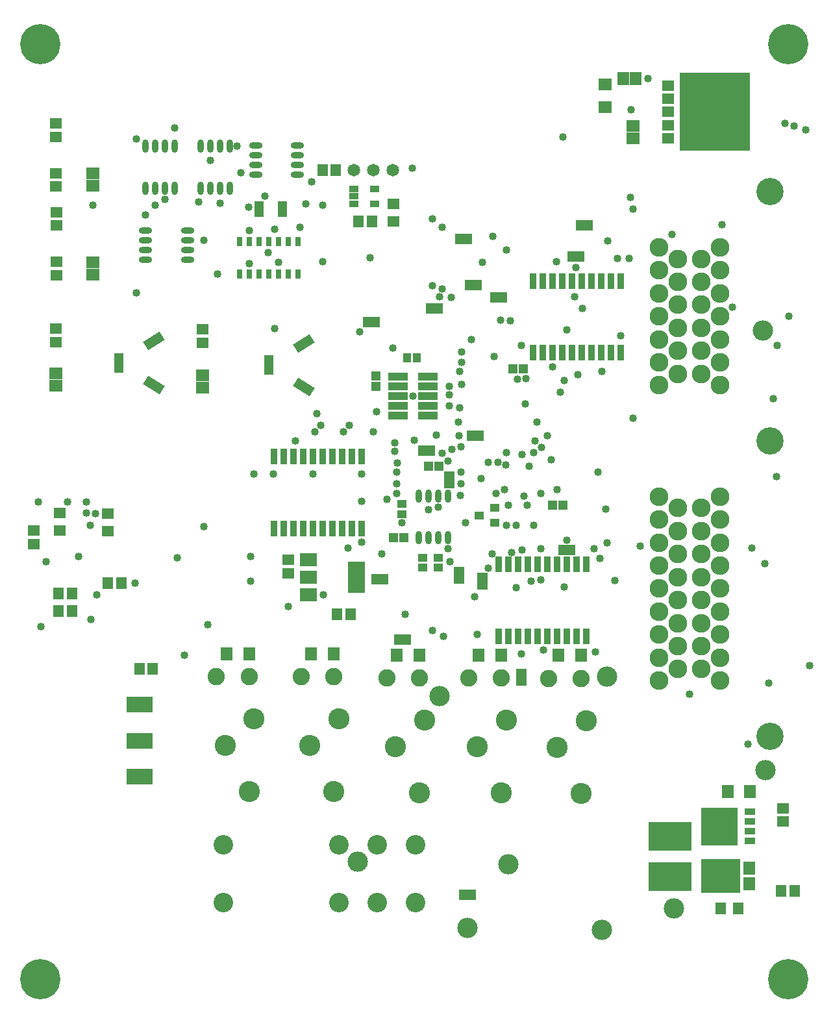
<source format=gbr>
%TF.GenerationSoftware,Altium Limited,Altium Designer,18.1.7 (191)*%
G04 Layer_Color=8388736*
%FSLAX26Y26*%
%MOIN*%
%TF.FileFunction,Soldermask,Top*%
%TF.Part,Single*%
G01*
G75*
%TA.AperFunction,SMDPad,CuDef*%
%ADD84R,0.045433X0.049370*%
%ADD85R,0.049370X0.045433*%
%ADD86R,0.035591X0.078898*%
%ADD87O,0.033622X0.067087*%
%ADD88R,0.047402X0.043465*%
%ADD89R,0.045433X0.041496*%
%ADD90R,0.063150X0.055276*%
%ADD93R,0.055276X0.063150*%
%TA.AperFunction,ComponentPad*%
%ADD94C,0.010000*%
%TA.AperFunction,SMDPad,CuDef*%
%ADD95R,0.364331X0.403701*%
%TA.AperFunction,ComponentPad*%
%ADD96R,0.137953X0.080866*%
%ADD97C,0.100551*%
%ADD98C,0.108425*%
%ADD99C,0.088740*%
%ADD100C,0.139921*%
%ADD101C,0.096614*%
G04:AMPARAMS|DCode=102|XSize=100mil|YSize=50mil|CornerRadius=0mil|HoleSize=0mil|Usage=FLASHONLY|Rotation=32.000|XOffset=0mil|YOffset=0mil|HoleType=Round|Shape=Rectangle|*
%AMROTATEDRECTD102*
4,1,4,-0.029154,-0.047697,-0.055650,-0.005295,0.029154,0.047697,0.055650,0.005295,-0.029154,-0.047697,0.0*
%
%ADD102ROTATEDRECTD102*%

G04:AMPARAMS|DCode=103|XSize=100mil|YSize=50mil|CornerRadius=0mil|HoleSize=0mil|Usage=FLASHONLY|Rotation=148.000|XOffset=0mil|YOffset=0mil|HoleType=Round|Shape=Rectangle|*
%AMROTATEDRECTD103*
4,1,4,0.055650,-0.005295,0.029154,-0.047697,-0.055650,0.005295,-0.029154,0.047697,0.055650,-0.005295,0.0*
%
%ADD103ROTATEDRECTD103*%

%ADD104R,0.050000X0.100000*%
%ADD105C,0.065118*%
%TA.AperFunction,ViaPad*%
%ADD106C,0.040000*%
%ADD107C,0.104488*%
%ADD108C,0.206850*%
%TA.AperFunction,SMDPad,CuDef*%
%ADD111O,0.067087X0.033622*%
%ADD112R,0.063937X0.052126*%
%ADD113R,0.061181X0.053307*%
%ADD114R,0.090709X0.055276*%
%ADD115R,0.055276X0.090709*%
%ADD116R,0.063150X0.067087*%
%ADD117R,0.104488X0.039921*%
%ADD118R,0.043465X0.047402*%
%ADD119R,0.045433X0.021811*%
%ADD120R,0.026535X0.045000*%
%ADD121R,0.049370X0.033622*%
%ADD122R,0.224567X0.147795*%
%ADD123R,0.053307X0.061181*%
%ADD124R,0.191102X0.195039*%
%ADD125R,0.055276X0.037559*%
%ADD126R,0.061181X0.067087*%
%ADD127R,0.202913X0.173386*%
%ADD128R,0.065118X0.061181*%
%ADD129R,0.067087X0.063150*%
%ADD130R,0.061181X0.065118*%
%ADD131R,0.088740X0.159606*%
%ADD132R,0.088740X0.069055*%
D84*
X10641850Y4165834D02*
D03*
X10695000D02*
D03*
X10003425Y4365000D02*
D03*
X10056575D02*
D03*
X9876575Y3997717D02*
D03*
X9823425D02*
D03*
X10438425Y4865000D02*
D03*
X10491575D02*
D03*
D85*
X9735000Y4826575D02*
D03*
Y4773425D02*
D03*
D86*
X9660000Y4414055D02*
D03*
X9610000D02*
D03*
X9560000D02*
D03*
X9510000D02*
D03*
X9460000D02*
D03*
X9410000D02*
D03*
X9360000D02*
D03*
X9310000D02*
D03*
X9260000D02*
D03*
X9210000D02*
D03*
X9660000Y4045945D02*
D03*
X9610000D02*
D03*
X9560000D02*
D03*
X9510000D02*
D03*
X9460000D02*
D03*
X9410000D02*
D03*
X9360000D02*
D03*
X9310000D02*
D03*
X9260000D02*
D03*
X9210000D02*
D03*
X10365000Y3492284D02*
D03*
X10415000D02*
D03*
X10465000D02*
D03*
X10515000D02*
D03*
X10565000D02*
D03*
X10615000D02*
D03*
X10665000D02*
D03*
X10715000D02*
D03*
X10765000D02*
D03*
X10815000D02*
D03*
X10365000Y3860394D02*
D03*
X10415000D02*
D03*
X10465000D02*
D03*
X10515000D02*
D03*
X10565000D02*
D03*
X10615000D02*
D03*
X10665000D02*
D03*
X10715000D02*
D03*
X10765000D02*
D03*
X10815000D02*
D03*
X10540000Y4946890D02*
D03*
X10590000D02*
D03*
X10640000D02*
D03*
X10690000D02*
D03*
X10740000D02*
D03*
X10790000D02*
D03*
X10840000D02*
D03*
X10890000D02*
D03*
X10940000D02*
D03*
X10990000D02*
D03*
X10540000Y5315000D02*
D03*
X10590000D02*
D03*
X10640000D02*
D03*
X10690000D02*
D03*
X10740000D02*
D03*
X10790000D02*
D03*
X10840000D02*
D03*
X10890000D02*
D03*
X10940000D02*
D03*
X10990000D02*
D03*
D87*
X9955000Y3997717D02*
D03*
X10005000D02*
D03*
X10055000D02*
D03*
X10105000D02*
D03*
X9955000Y4212283D02*
D03*
X10005000D02*
D03*
X10055000D02*
D03*
X10105000D02*
D03*
X8700000Y6007283D02*
D03*
X8650000D02*
D03*
X8600000D02*
D03*
X8550000D02*
D03*
X8700000Y5792717D02*
D03*
X8650000D02*
D03*
X8600000D02*
D03*
X8550000D02*
D03*
X8985000Y6007283D02*
D03*
X8935000D02*
D03*
X8885000D02*
D03*
X8835000D02*
D03*
X8985000Y5792717D02*
D03*
X8935000D02*
D03*
X8885000D02*
D03*
X8835000D02*
D03*
D88*
X9866732Y4170591D02*
D03*
Y4119409D02*
D03*
X10055000Y3845000D02*
D03*
Y3896181D02*
D03*
X9975000Y3895591D02*
D03*
Y3844410D02*
D03*
D89*
X10266260Y4112599D02*
D03*
X10345000Y4150000D02*
D03*
Y4075197D02*
D03*
D90*
X7977165Y3965551D02*
D03*
Y4034449D02*
D03*
X9285000Y3884449D02*
D03*
Y3815551D02*
D03*
X11825000Y2609449D02*
D03*
Y2540551D02*
D03*
X8093000Y5869449D02*
D03*
Y5800551D02*
D03*
X8094000Y5414449D02*
D03*
Y5345551D02*
D03*
Y5669449D02*
D03*
Y5600551D02*
D03*
X8093000Y6124449D02*
D03*
Y6055551D02*
D03*
X8845000Y5067953D02*
D03*
Y4999055D02*
D03*
X8092000Y5071337D02*
D03*
Y5002439D02*
D03*
D93*
X8174449Y3710000D02*
D03*
X8105551D02*
D03*
X8426614Y3765000D02*
D03*
X8357717D02*
D03*
X8174449Y3620000D02*
D03*
X8105551D02*
D03*
X8520551Y3325000D02*
D03*
X8589449D02*
D03*
X9535551Y3605000D02*
D03*
X9604449D02*
D03*
X9529449Y5885000D02*
D03*
X9460551D02*
D03*
X9714449Y5620000D02*
D03*
X9645551D02*
D03*
X11884449Y2185000D02*
D03*
X11815551D02*
D03*
D94*
X11475000Y6160000D02*
D03*
X11522244D02*
D03*
X11569488D02*
D03*
X11616732D02*
D03*
X11427756D02*
D03*
X11380512D02*
D03*
X11333268D02*
D03*
Y6112756D02*
D03*
X11380512D02*
D03*
X11427756D02*
D03*
X11616732D02*
D03*
X11569488D02*
D03*
X11522244D02*
D03*
X11475000D02*
D03*
X11333268Y6065512D02*
D03*
X11380512D02*
D03*
X11427756D02*
D03*
X11616732D02*
D03*
X11569488D02*
D03*
X11522244D02*
D03*
X11475000D02*
D03*
X11333268Y6018268D02*
D03*
X11380512D02*
D03*
X11427756D02*
D03*
X11616732D02*
D03*
X11569488D02*
D03*
X11522244D02*
D03*
X11475000D02*
D03*
X11333268Y6207244D02*
D03*
X11380512D02*
D03*
X11427756D02*
D03*
X11616732D02*
D03*
X11569488D02*
D03*
X11522244D02*
D03*
X11475000D02*
D03*
X11333268Y6254488D02*
D03*
X11380512D02*
D03*
X11427756D02*
D03*
X11616732D02*
D03*
X11569488D02*
D03*
X11522244D02*
D03*
X11475000D02*
D03*
X11333268Y6301732D02*
D03*
X11380512D02*
D03*
X11427756D02*
D03*
X11616732D02*
D03*
X11569488D02*
D03*
X11522244D02*
D03*
X11475000D02*
D03*
X11333268Y6348976D02*
D03*
X11380512D02*
D03*
X11427756D02*
D03*
X11616732D02*
D03*
X11569488D02*
D03*
X11522244D02*
D03*
X11475000D02*
D03*
D95*
Y6183622D02*
D03*
D96*
X8520000Y2769961D02*
D03*
Y2955000D02*
D03*
Y3140039D02*
D03*
D97*
X8952598Y2420000D02*
D03*
Y2124724D02*
D03*
X9740000D02*
D03*
X9543150D02*
D03*
X9740000Y2420000D02*
D03*
X9543150D02*
D03*
X9936850Y2124724D02*
D03*
Y2420000D02*
D03*
D98*
X9959016Y2688780D02*
D03*
X9984606Y3062795D02*
D03*
X9835000Y2925000D02*
D03*
X9084016Y2695079D02*
D03*
X9109606Y3069094D02*
D03*
X8960000Y2931299D02*
D03*
X10379016Y2688780D02*
D03*
X10404606Y3062795D02*
D03*
X10255000Y2925000D02*
D03*
X9519016Y2695079D02*
D03*
X9544606Y3069094D02*
D03*
X9395000Y2931299D02*
D03*
X10789449Y2685000D02*
D03*
X10815039Y3059016D02*
D03*
X10665433Y2921220D02*
D03*
D99*
X9789724Y3279331D02*
D03*
X9959016D02*
D03*
X8914724Y3285630D02*
D03*
X9084016D02*
D03*
X10209724Y3279331D02*
D03*
X10379016D02*
D03*
X9349724Y3285630D02*
D03*
X9519016D02*
D03*
X10620157Y3275551D02*
D03*
X10789449D02*
D03*
D100*
X11757441Y2978740D02*
D03*
Y4494488D02*
D03*
Y5774016D02*
D03*
D101*
X11186575Y5488583D02*
D03*
Y5370472D02*
D03*
Y5252362D02*
D03*
Y5134252D02*
D03*
Y5016142D02*
D03*
Y4898032D02*
D03*
Y4779921D02*
D03*
X11285000Y5429528D02*
D03*
Y5311417D02*
D03*
Y5193307D02*
D03*
Y5075197D02*
D03*
Y4957087D02*
D03*
Y4838976D02*
D03*
X11403110Y5429528D02*
D03*
Y5311417D02*
D03*
Y5193307D02*
D03*
Y5075197D02*
D03*
Y4957087D02*
D03*
Y4838976D02*
D03*
X11501535Y5488583D02*
D03*
Y5370472D02*
D03*
Y5252362D02*
D03*
Y5134252D02*
D03*
Y5016142D02*
D03*
Y4898032D02*
D03*
Y4779921D02*
D03*
Y3264173D02*
D03*
Y3382284D02*
D03*
Y3500394D02*
D03*
Y3618504D02*
D03*
Y3736614D02*
D03*
Y3854724D02*
D03*
Y3972835D02*
D03*
Y4090945D02*
D03*
Y4209055D02*
D03*
X11403110Y3323228D02*
D03*
Y3441339D02*
D03*
Y3559449D02*
D03*
Y3677559D02*
D03*
Y3795669D02*
D03*
Y3913780D02*
D03*
Y4031890D02*
D03*
Y4150000D02*
D03*
X11285000Y3323228D02*
D03*
Y3441339D02*
D03*
Y3559449D02*
D03*
Y3677559D02*
D03*
Y3795669D02*
D03*
Y3913780D02*
D03*
Y4031890D02*
D03*
Y4150000D02*
D03*
X11186575Y3264173D02*
D03*
Y3382284D02*
D03*
Y3500394D02*
D03*
Y3618504D02*
D03*
Y3736614D02*
D03*
Y3854724D02*
D03*
Y3972835D02*
D03*
Y4090945D02*
D03*
Y4209055D02*
D03*
D102*
X8593938Y5006380D02*
D03*
X9363938Y4995947D02*
D03*
D103*
X8593938Y4782754D02*
D03*
X9363938Y4772321D02*
D03*
D104*
X8415000Y4894567D02*
D03*
X9185000Y4884134D02*
D03*
D105*
X9820000Y5885000D02*
D03*
X9720000D02*
D03*
X9620000D02*
D03*
D106*
X9720000Y4540000D02*
D03*
X9660000Y4325000D02*
D03*
X10715000Y3985000D02*
D03*
X11345000Y3195000D02*
D03*
X11645000Y2937018D02*
D03*
X10170000Y4335000D02*
D03*
X10915000Y4143622D02*
D03*
X10025000Y3520000D02*
D03*
X10455000Y3740000D02*
D03*
X10485000Y3935000D02*
D03*
X9285000Y3645000D02*
D03*
X9590834Y3946000D02*
D03*
X10580000Y4225000D02*
D03*
X10430000Y3920000D02*
D03*
X10415000Y4165000D02*
D03*
X10495000Y4210000D02*
D03*
X10395000Y4245000D02*
D03*
X10403287Y4433287D02*
D03*
X9845000Y4380000D02*
D03*
X10125000Y4450000D02*
D03*
X10170000Y4465000D02*
D03*
X10158937Y4590000D02*
D03*
X9930000Y4499488D02*
D03*
X10110000Y4675000D02*
D03*
Y4730000D02*
D03*
X10505000Y4815000D02*
D03*
X10460000Y4810000D02*
D03*
X10640000Y4873346D02*
D03*
X10700000Y4805000D02*
D03*
X10680000Y4745000D02*
D03*
X10615000Y4520000D02*
D03*
X10550000Y4495000D02*
D03*
X10165000Y4850000D02*
D03*
X11795000Y4985000D02*
D03*
X10660000Y5415551D02*
D03*
X9430000Y4635000D02*
D03*
X11130000Y6355000D02*
D03*
X8271083Y3578917D02*
D03*
X11880000Y6111282D02*
D03*
X11940000Y6090000D02*
D03*
X11749944Y3250000D02*
D03*
X10545000Y4435000D02*
D03*
X10485000Y4423347D02*
D03*
X11045000Y6195000D02*
D03*
X11510000Y5605000D02*
D03*
X10925000Y5520000D02*
D03*
X11665000Y3945000D02*
D03*
X11775000Y4710000D02*
D03*
X10960551Y3776654D02*
D03*
X10885000Y3890295D02*
D03*
X10975000Y5430000D02*
D03*
X11960000Y3342863D02*
D03*
X11855000Y5135000D02*
D03*
X10861803Y3410000D02*
D03*
X10595000Y3420000D02*
D03*
X10080000Y3490000D02*
D03*
X10254606Y3500394D02*
D03*
X10115000Y3875000D02*
D03*
X10310000Y3840000D02*
D03*
X9660000Y3975000D02*
D03*
Y4186260D02*
D03*
X8247165Y4180000D02*
D03*
X8150000D02*
D03*
X8000984D02*
D03*
X8267165Y4060000D02*
D03*
X8870000Y3550000D02*
D03*
X9410000Y4325000D02*
D03*
X9209449D02*
D03*
X9107439D02*
D03*
X11090000Y3955000D02*
D03*
X10920000Y3972835D02*
D03*
X10045099Y4524901D02*
D03*
X8750000Y3395000D02*
D03*
X8715000Y3896181D02*
D03*
X8850000Y4055000D02*
D03*
X9090000Y3900000D02*
D03*
Y3775000D02*
D03*
X10330000Y3915000D02*
D03*
X10455000Y4060000D02*
D03*
X10855000Y3940000D02*
D03*
X10700000Y3745000D02*
D03*
X10580000Y3780000D02*
D03*
X10530000Y3775000D02*
D03*
X10405355Y4060000D02*
D03*
X10195000Y4074410D02*
D03*
X10055000Y4153937D02*
D03*
X10665000Y4245834D02*
D03*
X10520000Y4365000D02*
D03*
X10755000Y5235000D02*
D03*
X11565000Y5180000D02*
D03*
X11730000Y3864449D02*
D03*
X10795000Y5175000D02*
D03*
X10715000Y5065000D02*
D03*
X10335000Y5545000D02*
D03*
X10405000Y5475000D02*
D03*
X10075000Y4431904D02*
D03*
X9790000Y4195000D02*
D03*
X9765000Y3915000D02*
D03*
X10310000Y4385000D02*
D03*
X10275000Y4300000D02*
D03*
X9830000Y4440000D02*
D03*
Y4485000D02*
D03*
X9566774Y4540000D02*
D03*
X9598856Y4575000D02*
D03*
X9420000Y4540000D02*
D03*
X9450000Y4575000D02*
D03*
X9736575Y4645000D02*
D03*
X9320000Y4494488D02*
D03*
X8300000Y3705000D02*
D03*
X8015000Y3540000D02*
D03*
X10696378Y6055000D02*
D03*
X11835000Y6125000D02*
D03*
X8497165Y3765000D02*
D03*
X8293465Y4120000D02*
D03*
X8247165Y4125000D02*
D03*
X8042165Y3875000D02*
D03*
X8207165Y3900000D02*
D03*
X9885000Y3605000D02*
D03*
X10240000Y3695000D02*
D03*
X10005000Y4140000D02*
D03*
X10350000Y4225000D02*
D03*
X9866732Y4075000D02*
D03*
X9464882Y3705118D02*
D03*
X10560000Y4590000D02*
D03*
X10360000Y4385000D02*
D03*
X10160000Y4520000D02*
D03*
X10175000Y4898032D02*
D03*
X10060000Y5235000D02*
D03*
X10175000Y4950000D02*
D03*
X10225000Y5015000D02*
D03*
X10120000Y5230000D02*
D03*
X9650000Y5055000D02*
D03*
X9820000Y4970000D02*
D03*
X9840000Y4225000D02*
D03*
Y4275000D02*
D03*
Y4335000D02*
D03*
X10510000Y4163937D02*
D03*
X10545000Y4060000D02*
D03*
X11040000Y5745000D02*
D03*
X10025000Y5635000D02*
D03*
Y5290000D02*
D03*
X11055000Y5685000D02*
D03*
X10075000Y5590000D02*
D03*
Y5275000D02*
D03*
X10400000Y4370000D02*
D03*
X10168898Y4215000D02*
D03*
X10170000Y4275000D02*
D03*
X9705000Y5435000D02*
D03*
X10175000Y4785000D02*
D03*
X10165000Y4665000D02*
D03*
X10580000Y3940000D02*
D03*
X10480000Y3401299D02*
D03*
X10280000Y5411496D02*
D03*
X10500000Y4685000D02*
D03*
X9925000Y4725000D02*
D03*
X10110000Y4775000D02*
D03*
X9920000Y5895000D02*
D03*
X11790000Y4310000D02*
D03*
X10990000Y5035000D02*
D03*
X10340000Y4929606D02*
D03*
X10375000Y5115000D02*
D03*
X10635000Y4398978D02*
D03*
X10875000Y4335000D02*
D03*
X11055000Y4610000D02*
D03*
X10895000Y4850000D02*
D03*
X10105000Y4390000D02*
D03*
X11035000Y5430000D02*
D03*
X11255000Y5555000D02*
D03*
X10760000Y5385000D02*
D03*
X10770000Y4835000D02*
D03*
X10480000Y4985000D02*
D03*
X10425000Y5110000D02*
D03*
X10105000Y3940000D02*
D03*
X10585000Y4460000D02*
D03*
X8505000Y5255000D02*
D03*
X9215000Y5070000D02*
D03*
X9405000Y5825000D02*
D03*
X9020000Y6007283D02*
D03*
X8825000Y5720000D02*
D03*
X8600000Y5705551D02*
D03*
X8935000Y5715000D02*
D03*
X8280000Y5705000D02*
D03*
X8550000Y5654153D02*
D03*
X9460551Y5415551D02*
D03*
Y5705551D02*
D03*
X9235000Y5410000D02*
D03*
X8885000Y5935000D02*
D03*
X8505000Y6045000D02*
D03*
X8700000Y6100000D02*
D03*
X9085000Y5404449D02*
D03*
X8920000Y5352106D02*
D03*
X9345000Y5590000D02*
D03*
X9180000Y5460000D02*
D03*
X9040000Y5870000D02*
D03*
X9080157Y5694842D02*
D03*
X9375000Y5710000D02*
D03*
X9215000Y5580000D02*
D03*
X9165000Y5750276D02*
D03*
X8650000Y5735000D02*
D03*
X8850000Y5525000D02*
D03*
X9085000Y5575551D02*
D03*
D107*
X10205000Y1995000D02*
D03*
X9640000Y2335000D02*
D03*
X11735000Y2805000D02*
D03*
X10920000Y3284449D02*
D03*
X10415000Y2320000D02*
D03*
X10895000Y1985000D02*
D03*
X11265000Y2095000D02*
D03*
X11720000Y5060000D02*
D03*
X10060000Y3185000D02*
D03*
D108*
X11850000Y6530000D02*
D03*
X8010000D02*
D03*
Y1730000D02*
D03*
X11850000D02*
D03*
D111*
X8767283Y5525000D02*
D03*
Y5575000D02*
D03*
Y5425000D02*
D03*
Y5475000D02*
D03*
X8552717D02*
D03*
Y5575000D02*
D03*
Y5525000D02*
D03*
Y5425000D02*
D03*
X9117717Y6010000D02*
D03*
Y5960000D02*
D03*
Y5910000D02*
D03*
Y5860000D02*
D03*
X9332283Y6010000D02*
D03*
Y5960000D02*
D03*
Y5910000D02*
D03*
Y5860000D02*
D03*
D112*
X11233858Y6048189D02*
D03*
Y6115905D02*
D03*
Y6183622D02*
D03*
Y6251338D02*
D03*
Y6319055D02*
D03*
D113*
X8357165Y4029724D02*
D03*
Y4120276D02*
D03*
X8112165Y4034724D02*
D03*
Y4125276D02*
D03*
X9825000Y5710276D02*
D03*
Y5619724D02*
D03*
D114*
X10245000Y4520000D02*
D03*
X9870000Y3475000D02*
D03*
X10035000Y5175000D02*
D03*
X9710000Y5105000D02*
D03*
X10715000Y3935000D02*
D03*
X10185000Y5530000D02*
D03*
X9755000Y3785000D02*
D03*
X10235000Y5295000D02*
D03*
X10365000Y5230000D02*
D03*
X9995000Y4445000D02*
D03*
X10760000Y5440000D02*
D03*
X10805000Y5600000D02*
D03*
X10205000Y2165000D02*
D03*
D115*
X10160000Y3805000D02*
D03*
X10280000Y3775000D02*
D03*
X10480000Y3280276D02*
D03*
X10110000Y4295000D02*
D03*
D116*
X9083071Y3401299D02*
D03*
X8966929D02*
D03*
X9518071D02*
D03*
X9401929D02*
D03*
X9958071Y3395000D02*
D03*
X9841929D02*
D03*
X10788071D02*
D03*
X10671929D02*
D03*
X10378071D02*
D03*
X10261929D02*
D03*
X11540000Y2695000D02*
D03*
X11656142D02*
D03*
D117*
X10001772Y4625000D02*
D03*
X9848228D02*
D03*
X10001772Y4675000D02*
D03*
X9848228D02*
D03*
X10001772Y4725000D02*
D03*
X9848228D02*
D03*
X10001772Y4775000D02*
D03*
X9848228D02*
D03*
X10001772Y4825000D02*
D03*
X9848228D02*
D03*
D118*
X9945591Y4920000D02*
D03*
X9894409D02*
D03*
D119*
X9256024Y5655472D02*
D03*
Y5675157D02*
D03*
Y5694842D02*
D03*
Y5714528D02*
D03*
X9133976Y5655472D02*
D03*
Y5675157D02*
D03*
Y5694842D02*
D03*
Y5714528D02*
D03*
D120*
X9035000Y5352106D02*
D03*
X9085000D02*
D03*
X9135000D02*
D03*
X9185000D02*
D03*
X9235000D02*
D03*
X9285000D02*
D03*
X9335000D02*
D03*
X9035000Y5517894D02*
D03*
X9085000D02*
D03*
X9135000D02*
D03*
X9185000D02*
D03*
X9235000D02*
D03*
X9285000D02*
D03*
X9335000D02*
D03*
D121*
X9729134Y5787402D02*
D03*
Y5712599D02*
D03*
X9620866D02*
D03*
Y5750000D02*
D03*
Y5787402D02*
D03*
D122*
X11245000Y2256654D02*
D03*
Y2463347D02*
D03*
D123*
X11504449Y2095000D02*
D03*
X11595000D02*
D03*
D124*
X11498819Y2515000D02*
D03*
D125*
X11656299Y2590000D02*
D03*
Y2540000D02*
D03*
Y2490000D02*
D03*
Y2440000D02*
D03*
D126*
X11650000Y2220000D02*
D03*
Y2300000D02*
D03*
D127*
X11504055Y2260000D02*
D03*
D128*
X8281000Y5411496D02*
D03*
Y5348504D02*
D03*
X8280000Y5866496D02*
D03*
Y5803504D02*
D03*
X8845000Y4831496D02*
D03*
Y4768504D02*
D03*
X8092000Y4841496D02*
D03*
Y4778504D02*
D03*
X11055000Y6048504D02*
D03*
Y6111496D02*
D03*
D129*
X10910000Y6323071D02*
D03*
Y6206929D02*
D03*
D130*
X11003504Y6355000D02*
D03*
X11066496D02*
D03*
D131*
X9635000Y3795669D02*
D03*
D132*
X9386969Y3705118D02*
D03*
Y3795669D02*
D03*
Y3886220D02*
D03*
%TF.MD5,28e8a2365c33b4be7b416fb055a33eac*%
M02*

</source>
